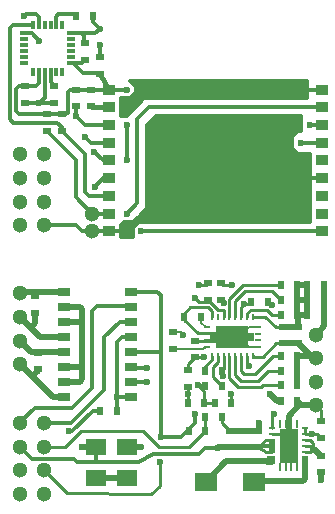
<source format=gbr>
%FSLAX34Y34*%
%MOMM*%
%LNCOPPER_TOP*%
G71*
G01*
%ADD10R, 0.35X0.80*%
%ADD11R, 0.80X0.35*%
%ADD12R, 1.00X0.90*%
%ADD13R, 0.80X0.60*%
%ADD14C, 0.60*%
%ADD15C, 0.40*%
%ADD16C, 0.30*%
%ADD17C, 1.30*%
%ADD18R, 0.60X0.80*%
%ADD19R, 0.60X0.24*%
%ADD20R, 0.20X0.80*%
%ADD21R, 1.58X2.85*%
%ADD22C, 0.40*%
%ADD23R, 0.24X0.60*%
%ADD24R, 0.60X0.20*%
%ADD25R, 3.75X0.75*%
%ADD26R, 1.10X0.75*%
%ADD27R, 1.90X1.50*%
%ADD28R, 2.80X1.95*%
%ADD29C, 0.20*%
%ADD30C, 0.50*%
%ADD31C, 0.24*%
%ADD32R, 1.80X1.40*%
%ADD33C, 1.30*%
%LPD*%
X-261360Y158839D02*
G54D10*
D03*
X-261360Y198839D02*
G54D10*
D03*
X-256360Y158839D02*
G54D10*
D03*
X-256360Y198839D02*
G54D10*
D03*
X-251360Y158839D02*
G54D10*
D03*
X-251360Y198839D02*
G54D10*
D03*
X-246360Y158839D02*
G54D10*
D03*
X-246360Y198839D02*
G54D10*
D03*
X-241360Y158839D02*
G54D10*
D03*
X-241360Y198839D02*
G54D10*
D03*
X-236360Y158839D02*
G54D10*
D03*
X-236360Y198839D02*
G54D10*
D03*
X-268860Y166339D02*
G54D11*
D03*
X-228860Y166339D02*
G54D11*
D03*
X-268860Y171339D02*
G54D11*
D03*
X-228860Y171339D02*
G54D11*
D03*
X-268860Y176339D02*
G54D11*
D03*
X-228860Y176339D02*
G54D11*
D03*
X-268860Y181339D02*
G54D11*
D03*
X-228860Y181339D02*
G54D11*
D03*
X-268860Y186339D02*
G54D11*
D03*
X-228860Y186339D02*
G54D11*
D03*
X-268860Y191339D02*
G54D11*
D03*
X-228860Y191339D02*
G54D11*
D03*
X-196862Y143837D02*
G54D12*
D03*
X-16862Y143837D02*
G54D12*
D03*
X-196862Y128837D02*
G54D12*
D03*
X-16862Y128837D02*
G54D12*
D03*
X-196862Y113837D02*
G54D12*
D03*
X-16862Y113837D02*
G54D12*
D03*
X-196862Y98837D02*
G54D12*
D03*
X-16862Y98837D02*
G54D12*
D03*
X-196862Y83837D02*
G54D12*
D03*
X-16862Y83837D02*
G54D12*
D03*
X-196862Y68837D02*
G54D12*
D03*
X-16862Y68837D02*
G54D12*
D03*
X-196862Y53837D02*
G54D12*
D03*
X-16862Y53837D02*
G54D12*
D03*
X-196862Y38837D02*
G54D12*
D03*
X-16862Y38837D02*
G54D12*
D03*
X-196862Y23837D02*
G54D12*
D03*
X-16862Y23837D02*
G54D12*
D03*
X-211862Y143837D02*
G54D13*
D03*
X-211862Y129837D02*
G54D13*
D03*
X-204862Y171337D02*
G54D13*
D03*
X-204862Y157337D02*
G54D13*
D03*
X-204862Y181337D02*
G54D14*
D03*
G54D15*
X-196862Y128837D02*
X-210862Y128837D01*
X-211862Y129837D01*
G54D15*
X-196862Y143837D02*
X-204862Y157337D01*
G54D16*
X-204862Y171337D02*
X-204862Y181337D01*
X-34362Y98837D02*
G54D14*
D03*
G54D16*
X-16862Y98837D02*
X-34362Y98837D01*
X-224362Y143837D02*
G54D13*
D03*
X-224362Y129837D02*
G54D13*
D03*
X-236862Y122837D02*
G54D13*
D03*
X-236862Y108837D02*
G54D13*
D03*
G54D16*
X-196862Y143837D02*
X-224362Y143837D01*
X-249362Y122837D02*
G54D13*
D03*
X-249362Y108837D02*
G54D13*
D03*
G54D16*
X-224362Y129837D02*
X-224362Y121337D01*
X-216862Y113837D01*
X-196862Y113837D01*
G54D16*
X-236862Y108837D02*
X-216862Y88837D01*
X-216862Y57337D01*
X-213362Y53837D01*
X-196862Y53837D01*
X-271862Y28837D02*
G54D17*
D03*
X-271862Y48837D02*
G54D17*
D03*
X-271862Y68837D02*
G54D17*
D03*
X-271862Y88837D02*
G54D17*
D03*
G54D16*
X-228860Y166339D02*
X-227364Y166339D01*
X-218862Y157837D01*
X-208362Y157837D01*
X-204862Y157337D01*
X-217362Y168837D02*
G54D13*
D03*
X-217362Y182837D02*
G54D13*
D03*
G54D16*
X-228860Y166339D02*
X-219860Y166339D01*
X-217362Y168837D01*
X-204862Y195337D02*
G54D14*
D03*
G54D16*
X-261360Y198839D02*
X-277860Y198839D01*
X-280862Y195837D01*
X-280862Y118837D01*
X-277862Y115837D01*
X-240862Y115837D01*
X-236862Y111837D01*
X-236862Y108837D01*
G54D16*
X-228860Y191339D02*
X-208860Y191339D01*
X-204862Y195337D01*
G54D16*
X-228860Y191339D02*
X-220364Y191339D01*
X-217862Y188837D01*
X-217862Y183337D01*
X-217362Y182837D01*
X-268862Y205837D02*
G54D14*
D03*
G54D16*
X-256360Y198839D02*
X-256360Y205335D01*
X-258862Y207837D01*
X-266862Y207837D01*
X-268862Y205837D01*
X-224362Y121337D02*
G54D14*
D03*
X-224362Y205837D02*
G54D18*
D03*
X-210362Y205837D02*
G54D18*
D03*
G54D16*
X-210362Y205837D02*
X-210362Y200837D01*
X-204862Y195337D01*
G54D16*
X-241360Y198839D02*
X-241360Y205339D01*
X-239862Y207837D01*
X-226862Y207837D01*
X-224362Y205837D01*
G54D16*
X-224362Y143837D02*
X-229862Y143837D01*
X-231862Y141837D01*
X-231862Y123837D01*
X-232862Y122837D01*
X-236862Y122837D01*
X-249362Y122837D01*
X-243362Y132837D02*
G54D13*
D03*
X-243362Y146837D02*
G54D13*
D03*
X-268362Y132837D02*
G54D13*
D03*
X-268362Y146837D02*
G54D13*
D03*
G54D16*
X-246360Y158839D02*
X-246360Y149835D01*
X-243362Y146837D01*
G54D16*
X-256360Y158839D02*
X-256360Y149339D01*
X-258862Y146837D01*
X-268362Y146837D01*
X-255862Y132837D02*
G54D14*
D03*
G54D16*
X-251360Y158839D02*
X-251360Y136839D01*
X-255862Y132837D01*
G54D16*
X-268362Y132837D02*
X-243362Y132837D01*
X-34362Y143837D02*
G54D14*
D03*
X-34362Y68837D02*
G54D14*
D03*
G54D16*
X-34362Y68837D02*
X-16862Y68837D01*
G54D16*
X-34362Y143837D02*
X-16862Y143837D01*
X-181862Y23837D02*
G54D14*
D03*
G54D16*
X-196862Y23837D02*
X-181862Y23837D01*
G54D16*
X-196862Y38837D02*
X-210862Y38837D01*
X-224862Y52837D01*
X-224862Y84337D01*
X-249362Y108837D01*
X-251862Y28837D02*
G54D17*
D03*
X-251862Y48837D02*
G54D17*
D03*
X-251862Y68837D02*
G54D17*
D03*
X-251862Y88837D02*
G54D17*
D03*
X-26862Y113837D02*
G54D14*
D03*
G54D16*
X-26862Y113837D02*
X-16862Y113837D01*
G54D16*
X-251862Y28837D02*
X-224862Y28837D01*
X-219862Y23837D01*
X-196862Y23837D01*
X-181862Y143837D02*
G54D14*
D03*
G54D16*
X-181862Y143837D02*
X-196862Y143837D01*
X-181862Y113837D02*
G54D14*
D03*
X-181862Y83837D02*
G54D14*
D03*
G54D16*
X-181862Y113837D02*
X-181862Y83837D01*
X-216862Y103837D02*
G54D14*
D03*
G54D16*
X-196862Y98837D02*
X-211862Y98837D01*
X-216862Y103837D01*
X-209362Y91337D02*
G54D14*
D03*
G54D16*
X-196862Y83837D02*
X-201862Y83837D01*
X-209362Y91337D01*
X-208362Y61337D02*
G54D14*
D03*
G54D16*
X-196862Y68837D02*
X-201862Y68837D01*
X-208362Y61337D01*
G54D16*
X-16862Y128837D02*
X-162862Y128837D01*
X-172862Y118837D01*
X-172862Y47837D01*
X-181862Y38837D01*
X-181862Y38837D02*
G54D14*
D03*
G54D16*
X-16862Y23837D02*
X-169862Y23837D01*
X-169862Y23837D02*
G54D14*
D03*
G36*
X-29362Y148837D02*
X-29362Y136337D01*
X-166862Y136337D01*
X-181862Y121337D01*
X-186862Y121337D01*
X-186862Y136337D01*
X-179362Y136337D01*
X-174362Y141337D01*
X-174362Y146337D01*
X-179362Y151337D01*
X-29362Y151337D01*
X-29362Y148837D01*
G37*
G54D16*
X-29362Y148837D02*
X-29362Y136337D01*
X-166862Y136337D01*
X-181862Y121337D01*
X-186862Y121337D01*
X-186862Y136337D01*
X-179362Y136337D01*
X-174362Y141337D01*
X-174362Y146337D01*
X-179362Y151337D01*
X-29362Y151337D01*
X-29362Y148837D01*
G36*
X-34362Y121337D02*
X-34362Y108837D01*
X-36862Y108837D01*
X-41862Y103837D01*
X-41862Y93837D01*
X-36862Y88837D01*
X-26862Y88837D01*
X-26862Y31337D01*
X-171862Y31337D01*
X-171862Y36337D01*
X-164362Y43837D01*
X-164362Y113837D01*
X-156862Y121337D01*
X-34362Y121337D01*
G37*
G54D16*
X-34362Y121337D02*
X-34362Y108837D01*
X-36862Y108837D01*
X-41862Y103837D01*
X-41862Y93837D01*
X-36862Y88837D01*
X-26862Y88837D01*
X-26862Y31337D01*
X-171862Y31337D01*
X-171862Y36337D01*
X-164362Y43837D01*
X-164362Y113837D01*
X-156862Y121337D01*
X-34362Y121337D01*
G36*
X-171862Y36337D02*
X-176862Y31337D01*
X-184362Y31337D01*
X-186862Y28837D01*
X-186862Y18837D01*
X-176862Y18837D01*
X-176862Y26337D01*
X-169362Y33837D01*
X-171862Y36337D01*
G37*
G54D16*
X-171862Y36337D02*
X-176862Y31337D01*
X-184362Y31337D01*
X-186862Y28837D01*
X-186862Y18837D01*
X-176862Y18837D01*
X-176862Y26337D01*
X-169362Y33837D01*
X-171862Y36337D01*
X-159862Y86337D02*
G54D14*
D03*
X-159862Y111337D02*
G54D14*
D03*
X-271862Y-198663D02*
G54D17*
D03*
X-271862Y-178663D02*
G54D17*
D03*
X-271862Y-158663D02*
G54D17*
D03*
X-271862Y-138663D02*
G54D17*
D03*
X-251862Y-198663D02*
G54D17*
D03*
X-251862Y-178663D02*
G54D17*
D03*
X-251862Y-158663D02*
G54D17*
D03*
X-251862Y-138663D02*
G54D17*
D03*
X-58862Y-142663D02*
G54D19*
D03*
X-30862Y-142663D02*
G54D19*
D03*
X-58862Y-147663D02*
G54D19*
D03*
X-30862Y-147663D02*
G54D19*
D03*
X-58862Y-152663D02*
G54D19*
D03*
X-30862Y-152663D02*
G54D19*
D03*
X-58862Y-157663D02*
G54D19*
D03*
X-30862Y-157663D02*
G54D19*
D03*
X-58862Y-162663D02*
G54D19*
D03*
X-30862Y-162663D02*
G54D19*
D03*
X-58862Y-167663D02*
G54D19*
D03*
X-30862Y-167663D02*
G54D19*
D03*
X-58862Y-172663D02*
G54D19*
D03*
X-30862Y-172663D02*
G54D19*
D03*
X-37958Y-139663D02*
G54D20*
D03*
X-37958Y-175663D02*
G54D20*
D03*
X-42558Y-139663D02*
G54D20*
D03*
X-42558Y-175663D02*
G54D20*
D03*
X-47158Y-139663D02*
G54D20*
D03*
X-47158Y-175663D02*
G54D20*
D03*
X-51758Y-139663D02*
G54D20*
D03*
X-51758Y-175663D02*
G54D20*
D03*
X-44862Y-157663D02*
G54D21*
D03*
X-44862Y-157663D02*
G54D22*
D03*
X-39862Y-157663D02*
G54D22*
D03*
X-49862Y-157663D02*
G54D22*
D03*
X-44862Y-152663D02*
G54D22*
D03*
X-39862Y-152663D02*
G54D22*
D03*
X-49862Y-152663D02*
G54D22*
D03*
X-44862Y-147663D02*
G54D22*
D03*
X-39862Y-147663D02*
G54D22*
D03*
X-49862Y-147663D02*
G54D22*
D03*
X-44862Y-162663D02*
G54D22*
D03*
X-39862Y-162663D02*
G54D22*
D03*
X-49862Y-162663D02*
G54D22*
D03*
X-44862Y-167663D02*
G54D22*
D03*
X-39862Y-167663D02*
G54D22*
D03*
X-49862Y-167663D02*
G54D22*
D03*
X-74862Y-49164D02*
G54D23*
D03*
X-74862Y-82164D02*
G54D23*
D03*
X-79862Y-49164D02*
G54D23*
D03*
X-79862Y-82164D02*
G54D23*
D03*
X-84862Y-49164D02*
G54D23*
D03*
X-84862Y-82164D02*
G54D23*
D03*
X-89862Y-49164D02*
G54D23*
D03*
X-89862Y-82164D02*
G54D23*
D03*
X-94862Y-49164D02*
G54D23*
D03*
X-94862Y-82164D02*
G54D23*
D03*
X-99862Y-49164D02*
G54D23*
D03*
X-99862Y-82164D02*
G54D23*
D03*
X-104862Y-49164D02*
G54D23*
D03*
X-104862Y-82164D02*
G54D23*
D03*
X-109862Y-49164D02*
G54D23*
D03*
X-109862Y-82164D02*
G54D23*
D03*
X-70863Y-73919D02*
G54D24*
D03*
X-113863Y-73919D02*
G54D24*
D03*
X-70863Y-68419D02*
G54D24*
D03*
X-113863Y-68419D02*
G54D24*
D03*
X-70863Y-62919D02*
G54D24*
D03*
X-113863Y-62919D02*
G54D24*
D03*
X-70863Y-57419D02*
G54D24*
D03*
X-113863Y-57419D02*
G54D24*
D03*
X-92362Y-65664D02*
G54D25*
D03*
X-92362Y-65664D02*
G54D22*
D03*
X-92362Y-71664D02*
G54D22*
D03*
X-92362Y-59664D02*
G54D22*
D03*
X-103862Y-65664D02*
G54D22*
D03*
X-103862Y-71664D02*
G54D22*
D03*
X-103862Y-59664D02*
G54D22*
D03*
X-80862Y-65664D02*
G54D22*
D03*
X-80862Y-71664D02*
G54D22*
D03*
X-80862Y-59664D02*
G54D22*
D03*
X-178362Y-116163D02*
G54D26*
D03*
X-235362Y-116163D02*
G54D26*
D03*
X-178362Y-103463D02*
G54D26*
D03*
X-235362Y-103463D02*
G54D26*
D03*
X-178362Y-90763D02*
G54D26*
D03*
X-235362Y-90763D02*
G54D26*
D03*
X-178362Y-78063D02*
G54D26*
D03*
X-235362Y-78063D02*
G54D26*
D03*
X-178362Y-65363D02*
G54D26*
D03*
X-235362Y-65363D02*
G54D26*
D03*
X-178362Y-52663D02*
G54D26*
D03*
X-235362Y-52663D02*
G54D26*
D03*
X-178362Y-39963D02*
G54D26*
D03*
X-235362Y-39963D02*
G54D26*
D03*
X-178362Y-27263D02*
G54D26*
D03*
X-235362Y-27263D02*
G54D26*
D03*
X-114862Y-188163D02*
G54D27*
D03*
X-73862Y-188163D02*
G54D27*
D03*
X-36862Y-57163D02*
G54D13*
D03*
X-36862Y-71163D02*
G54D13*
D03*
X-92362Y-65664D02*
G54D28*
D03*
G54D29*
X-70863Y-57419D02*
X-78617Y-57419D01*
X-80862Y-59664D01*
G54D29*
X-70863Y-73919D02*
X-78608Y-73919D01*
X-80862Y-71664D01*
X-21862Y-63663D02*
G54D17*
D03*
X-21862Y-83663D02*
G54D17*
D03*
X-49362Y-57163D02*
G54D13*
D03*
X-49362Y-71163D02*
G54D13*
D03*
X-14862Y-21663D02*
G54D18*
D03*
X-28862Y-21663D02*
G54D18*
D03*
X-14862Y-34163D02*
G54D18*
D03*
X-28862Y-34163D02*
G54D18*
D03*
X-14862Y-46663D02*
G54D18*
D03*
X-28862Y-46663D02*
G54D18*
D03*
G54D30*
X-14862Y-21663D02*
X-14862Y-46663D01*
G54D30*
X-14862Y-46663D02*
X-14862Y-56663D01*
X-21862Y-63663D01*
G54D30*
X-28862Y-21663D02*
X-28862Y-46663D01*
X-37362Y-21663D02*
G54D18*
D03*
X-51362Y-21663D02*
G54D18*
D03*
X-37362Y-34163D02*
G54D18*
D03*
X-51362Y-34163D02*
G54D18*
D03*
X-37362Y-46663D02*
G54D18*
D03*
X-51362Y-46663D02*
G54D18*
D03*
G54D30*
X-28862Y-34163D02*
X-37362Y-34163D01*
G54D30*
X-28862Y-21663D02*
X-37362Y-21663D01*
G54D30*
X-36862Y-57163D02*
X-49362Y-57163D01*
G54D30*
X-37362Y-21663D02*
X-37362Y-46663D01*
G54D30*
X-36862Y-57163D02*
X-36862Y-47163D01*
X-37362Y-46663D01*
G54D30*
X-21862Y-83663D02*
X-24362Y-83663D01*
X-36862Y-71163D01*
G54D30*
X-36862Y-71163D02*
X-49362Y-71163D01*
X-37362Y-81663D02*
G54D18*
D03*
X-51362Y-81663D02*
G54D18*
D03*
X-37362Y-94163D02*
G54D18*
D03*
X-51362Y-94163D02*
G54D18*
D03*
X-37362Y-106663D02*
G54D18*
D03*
X-51362Y-106663D02*
G54D18*
D03*
G54D30*
X-37362Y-106663D02*
X-37362Y-81663D01*
G54D30*
X-28862Y-46663D02*
X-37362Y-46663D01*
G54D30*
X-37362Y-81663D02*
X-23862Y-81663D01*
X-21862Y-83663D01*
G54D31*
X-49362Y-57163D02*
X-55862Y-57163D01*
X-64362Y-48663D01*
X-74361Y-48663D01*
X-74862Y-49164D01*
G54D31*
X-49362Y-71163D02*
X-55362Y-71163D01*
X-66862Y-82663D01*
X-74364Y-82663D01*
X-74862Y-82164D01*
G54D31*
X-51362Y-46663D02*
X-58862Y-46663D01*
X-62862Y-42663D01*
X-76862Y-42663D01*
X-79862Y-45663D01*
X-79862Y-49164D01*
G54D31*
X-51362Y-34163D02*
X-58862Y-26663D01*
X-81362Y-26663D01*
X-89862Y-35163D01*
X-89862Y-49164D01*
G54D31*
X-51362Y-21663D02*
X-83362Y-21663D01*
X-94862Y-33163D01*
X-94862Y-49164D01*
X-82362Y-38164D02*
G54D14*
D03*
G54D31*
X-84862Y-49164D02*
X-84862Y-40664D01*
X-82362Y-38164D01*
X-21862Y-103663D02*
G54D17*
D03*
X-21862Y-123663D02*
G54D17*
D03*
G54D31*
X-51362Y-81663D02*
X-57862Y-81663D01*
X-72862Y-96663D01*
X-82862Y-96663D01*
X-84862Y-94663D01*
X-84862Y-82164D01*
X-78362Y-90164D02*
G54D14*
D03*
G54D31*
X-79862Y-82164D02*
X-79862Y-88664D01*
X-78362Y-90164D01*
G54D31*
X-51362Y-94163D02*
X-62362Y-94163D01*
X-70862Y-102663D01*
X-84862Y-102663D01*
X-89862Y-97663D01*
X-89862Y-82164D01*
G54D31*
X-51362Y-106663D02*
X-66862Y-106663D01*
X-67862Y-107663D01*
X-87862Y-107663D01*
X-94862Y-100663D01*
X-94862Y-82164D01*
X-101362Y-94663D02*
G54D18*
D03*
X-115362Y-94663D02*
G54D18*
D03*
G54D31*
X-99862Y-82164D02*
X-99862Y-93164D01*
X-101362Y-94663D01*
G54D31*
X-115362Y-94663D02*
X-115362Y-90442D01*
X-109863Y-84929D01*
X-109862Y-82164D01*
X-101362Y-107163D02*
G54D18*
D03*
X-115362Y-107163D02*
G54D18*
D03*
G54D31*
X-104862Y-82164D02*
X-104862Y-86664D01*
X-109053Y-90854D01*
X-109053Y-99472D01*
X-101362Y-107163D01*
X-124362Y-82663D02*
G54D13*
D03*
X-124362Y-68663D02*
G54D13*
D03*
X-119362Y-48663D02*
G54D18*
D03*
X-133362Y-48663D02*
G54D18*
D03*
G54D29*
X-113863Y-57419D02*
X-115106Y-57419D01*
X-118862Y-53663D01*
X-118862Y-49163D01*
X-119362Y-48663D01*
G54D31*
X-109862Y-49164D02*
X-109862Y-43662D01*
X-112862Y-40663D01*
X-127862Y-40663D01*
X-132862Y-45663D01*
X-132862Y-48163D01*
X-133362Y-48663D01*
G54D31*
X-133362Y-48663D02*
X-133362Y-51163D01*
X-121862Y-62663D01*
X-106861Y-62663D01*
X-103862Y-59664D01*
G54D31*
X-116237Y-82391D02*
X-118330Y-82666D01*
X-124362Y-82663D01*
G54D31*
X-124362Y-68663D02*
X-106864Y-68663D01*
X-103862Y-71664D01*
G54D29*
X-113863Y-73919D02*
X-115118Y-73919D01*
X-116862Y-75663D01*
X-142362Y-75663D01*
X-133862Y-63663D02*
G54D14*
D03*
X-121862Y-106663D02*
G54D14*
D03*
G54D31*
X-121862Y-106663D02*
X-115862Y-106663D01*
X-115362Y-107163D01*
X-130362Y-107663D02*
G54D13*
D03*
X-130362Y-93663D02*
G54D13*
D03*
X-130362Y-114164D02*
G54D14*
D03*
G54D31*
X-130362Y-114164D02*
X-130362Y-107663D01*
G54D31*
X-130362Y-93663D02*
X-130362Y-88663D01*
X-124362Y-82663D01*
X-93362Y-121163D02*
G54D18*
D03*
X-107362Y-121163D02*
G54D18*
D03*
X-116362Y-121163D02*
G54D18*
D03*
X-130362Y-121163D02*
G54D18*
D03*
G54D31*
X-130362Y-114164D02*
X-130362Y-121163D01*
X-93362Y-114164D02*
G54D14*
D03*
G54D31*
X-93362Y-114164D02*
X-93362Y-121163D01*
G54D31*
X-107362Y-121163D02*
X-116362Y-121163D01*
G54D31*
X-116362Y-121163D02*
X-116362Y-112163D01*
X-121862Y-106663D01*
X-112862Y-34163D02*
G54D13*
D03*
X-112862Y-20163D02*
G54D13*
D03*
G54D31*
X-99862Y-49164D02*
X-99862Y-42663D01*
X-104362Y-42663D01*
X-111362Y-35663D01*
X-142362Y-75663D02*
G54D13*
D03*
X-142362Y-61663D02*
G54D13*
D03*
G54D30*
X-21862Y-123663D02*
X-33362Y-123663D01*
X-37362Y-119664D01*
X-60362Y-114164D02*
G54D14*
D03*
G54D30*
X-51862Y-119663D02*
X-54864Y-119663D01*
X-60362Y-114164D01*
X-24362Y-160164D02*
G54D14*
D03*
G54D31*
X-30862Y-157663D02*
X-26864Y-157663D01*
X-24362Y-160164D01*
G54D31*
X-30862Y-162663D02*
X-26861Y-162663D01*
X-24362Y-160164D01*
G54D30*
X-21862Y-123663D02*
X-35862Y-123663D01*
X-44862Y-132663D01*
X-44862Y-157663D01*
X-17362Y-180162D02*
G54D13*
D03*
X-17362Y-166162D02*
G54D13*
D03*
G54D30*
X-24362Y-160164D02*
X-23360Y-160164D01*
X-17362Y-166162D01*
X-17362Y-187164D02*
G54D14*
D03*
G54D30*
X-17362Y-180162D02*
X-17362Y-187164D01*
G54D30*
X-30862Y-170663D02*
X-30862Y-185663D01*
X-32862Y-187663D01*
X-73362Y-187663D01*
X-73862Y-188163D01*
G36*
X-28362Y-170663D02*
X-33362Y-170663D01*
X-33362Y-168163D01*
X-28362Y-168163D01*
X-28362Y-170663D01*
G37*
G54D31*
X-58862Y-167663D02*
X-61862Y-167663D01*
X-64862Y-170663D01*
X-62862Y-172663D01*
X-58862Y-172663D01*
G54D30*
X-58862Y-170663D02*
X-97362Y-170663D01*
X-114862Y-188163D01*
G36*
X-58862Y-173163D02*
X-58862Y-168163D01*
X-56362Y-168163D01*
X-56362Y-173163D01*
X-58862Y-173163D01*
G37*
X-17362Y-151162D02*
G54D13*
D03*
X-17362Y-137162D02*
G54D13*
D03*
G54D31*
X-30862Y-142663D02*
X-30862Y-147663D01*
X-20861Y-147663D01*
X-17362Y-151162D01*
G54D31*
X-17362Y-137162D02*
X-17362Y-128164D01*
X-21862Y-123663D01*
X-24862Y-147663D02*
G54D14*
D03*
X-56862Y-130663D02*
G54D14*
D03*
G54D31*
X-58862Y-142663D02*
X-58862Y-132663D01*
X-56862Y-130663D01*
G54D31*
X-58862Y-147663D02*
X-49862Y-147663D01*
X-70362Y-159162D02*
G54D13*
D03*
X-70362Y-145162D02*
G54D13*
D03*
X-82362Y-159162D02*
G54D13*
D03*
X-82362Y-145162D02*
G54D13*
D03*
X-94362Y-159162D02*
G54D13*
D03*
X-94362Y-145162D02*
G54D13*
D03*
G54D31*
X-58862Y-152663D02*
X-63862Y-152663D01*
X-70362Y-159162D01*
G54D16*
X-58862Y-157663D02*
X-68862Y-157663D01*
X-70362Y-159162D01*
G54D31*
X-58862Y-162663D02*
X-63861Y-162663D01*
X-70362Y-159162D01*
G54D30*
X-58863Y-154285D02*
X-58862Y-160663D01*
G36*
X-56363Y-154285D02*
X-61363Y-154286D01*
X-61363Y-151786D01*
X-56363Y-151785D01*
X-56363Y-154285D01*
G37*
G36*
X-61362Y-160663D02*
X-56362Y-160663D01*
X-56362Y-163163D01*
X-61362Y-163163D01*
X-61362Y-160663D01*
G37*
G54D30*
X-70362Y-159162D02*
X-94362Y-159162D01*
G54D30*
X-94362Y-145162D02*
X-70362Y-145162D01*
X-69862Y-138663D02*
G54D14*
D03*
G54D30*
X-69862Y-138663D02*
X-69862Y-144663D01*
X-70362Y-145162D01*
X-120362Y-21663D02*
G54D14*
D03*
G54D31*
X-120362Y-21663D02*
X-114862Y-21663D01*
X-112862Y-20163D01*
X-104862Y-159663D02*
G54D14*
D03*
G54D30*
X-94362Y-159162D02*
X-104362Y-159162D01*
X-104862Y-159663D01*
G54D16*
X-104862Y-159663D02*
X-115862Y-159663D01*
X-120862Y-164663D01*
X-159862Y-164663D01*
X-171862Y-171663D01*
X-223862Y-171663D01*
X-226862Y-168663D01*
X-261862Y-168663D01*
X-271862Y-158663D01*
X-123862Y-32663D02*
G54D14*
D03*
G54D31*
X-111362Y-35663D02*
X-120862Y-35663D01*
X-123862Y-32663D01*
X-129362Y-145162D02*
G54D18*
D03*
X-115362Y-145162D02*
G54D18*
D03*
X-115362Y-133164D02*
G54D18*
D03*
X-101362Y-133164D02*
G54D18*
D03*
G54D31*
X-115362Y-145162D02*
X-115362Y-133164D01*
G54D31*
X-101362Y-133164D02*
X-101362Y-138162D01*
X-94362Y-145162D01*
G54D31*
X-115362Y-145162D02*
X-128862Y-158663D01*
X-154862Y-158663D01*
X-167862Y-145663D01*
X-220862Y-145663D01*
X-233862Y-158663D01*
X-251862Y-158663D01*
G54D31*
X-153862Y-171663D02*
X-153862Y-191663D01*
X-160862Y-198663D01*
X-232362Y-198162D01*
X-251862Y-178663D01*
X-181862Y-184663D02*
G54D32*
D03*
X-181862Y-158663D02*
G54D32*
D03*
X-207862Y-184663D02*
G54D32*
D03*
X-207862Y-158663D02*
G54D32*
D03*
X-194862Y-184663D02*
G54D14*
D03*
G54D30*
X-194862Y-184663D02*
X-207862Y-184663D01*
G54D30*
X-194862Y-184663D02*
X-181862Y-184663D01*
X-219862Y-158663D02*
G54D14*
D03*
X-169862Y-158663D02*
G54D14*
D03*
G54D30*
X-219862Y-158663D02*
X-207862Y-158663D01*
G54D30*
X-169862Y-158663D02*
X-181862Y-158663D01*
G54D16*
X-207862Y-158663D02*
X-207862Y-171663D01*
X-123862Y-130663D02*
G54D14*
D03*
G54D16*
X-123862Y-130663D02*
X-123862Y-138663D01*
X-135862Y-150663D01*
X-152862Y-150663D01*
X-152862Y-150663D02*
G54D14*
D03*
X-271862Y-88663D02*
G54D17*
D03*
X-271862Y-68663D02*
G54D17*
D03*
X-271862Y-48663D02*
G54D17*
D03*
X-271862Y-28663D02*
G54D17*
D03*
G54D30*
X-235362Y-116163D02*
X-244362Y-116163D01*
X-271862Y-88663D01*
G54D30*
X-235362Y-78063D02*
X-262462Y-78063D01*
X-271862Y-68663D01*
G54D30*
X-235362Y-65363D02*
X-255162Y-65363D01*
X-271862Y-48663D01*
G54D30*
X-235362Y-27263D02*
X-270462Y-27263D01*
X-271862Y-28663D01*
G54D16*
X-152862Y-150663D02*
X-152862Y-30163D01*
X-155862Y-27163D01*
X-175262Y-27163D01*
X-178362Y-27263D01*
G54D16*
X-178362Y-78063D02*
X-153262Y-78063D01*
X-152862Y-77663D01*
X-189862Y-116663D02*
G54D14*
D03*
G54D16*
X-189862Y-116663D02*
X-178862Y-116663D01*
X-178362Y-116163D01*
G54D16*
X-189862Y-116663D02*
X-189862Y-69663D01*
X-185862Y-65663D01*
X-178662Y-65663D01*
X-178362Y-65363D01*
X-259362Y-45162D02*
G54D13*
D03*
X-259362Y-31162D02*
G54D13*
D03*
X-257362Y-93162D02*
G54D13*
D03*
X-257362Y-79162D02*
G54D13*
D03*
G54D30*
X-257362Y-93162D02*
X-257362Y-94162D01*
X-261862Y-98663D01*
G54D30*
X-259362Y-45162D02*
X-259362Y-54162D01*
X-262862Y-57663D01*
X-219862Y-90663D02*
G54D14*
D03*
X-219862Y-84663D02*
G54D14*
D03*
G54D30*
X-235362Y-39963D02*
X-221562Y-39963D01*
X-219862Y-41663D01*
X-219862Y-90663D01*
G54D30*
X-235362Y-52663D02*
X-219862Y-52663D01*
G54D30*
X-235362Y-90763D02*
X-219962Y-90763D01*
X-219862Y-90663D01*
G54D30*
X-235362Y-103463D02*
X-221662Y-103463D01*
X-219862Y-101663D01*
X-219862Y-90663D01*
X-219862Y-96663D02*
G54D14*
D03*
X-153862Y-171663D02*
G54D14*
D03*
G54D16*
X-271862Y-138663D02*
X-271862Y-137663D01*
X-259862Y-125663D01*
X-227862Y-125663D01*
X-210862Y-108663D01*
X-210862Y-43663D01*
X-206862Y-39663D01*
X-182862Y-39663D01*
X-178362Y-39963D01*
G54D16*
X-251862Y-138663D02*
X-228862Y-138663D01*
X-200862Y-110663D01*
X-200862Y-65663D01*
X-187862Y-52663D01*
X-178362Y-52663D01*
X-164862Y-103663D02*
G54D14*
D03*
X-164862Y-91663D02*
G54D14*
D03*
G54D16*
X-164862Y-91663D02*
X-177462Y-91663D01*
X-178362Y-90763D01*
G54D16*
X-164862Y-103663D02*
X-178162Y-103663D01*
X-178362Y-103463D01*
X-230862Y-145663D02*
G54D14*
D03*
X-190362Y-128163D02*
G54D18*
D03*
X-204362Y-128163D02*
G54D18*
D03*
G54D16*
X-189862Y-116663D02*
X-189862Y-127663D01*
X-190362Y-128163D01*
G54D16*
X-204362Y-128163D02*
X-210362Y-128163D01*
X-227862Y-145663D01*
X-230862Y-145663D01*
G54D29*
X-133862Y-63663D02*
X-135858Y-61670D01*
X-142362Y-61663D01*
G54D31*
X-30862Y-152663D02*
X-26864Y-152663D01*
X-24367Y-155164D01*
X-24362Y-160164D01*
G54D16*
X-268860Y191339D02*
X-261862Y191337D01*
X-255862Y185337D01*
X-255862Y185337D02*
G54D14*
D03*
G54D16*
X-249362Y122837D02*
X-273362Y122837D01*
X-275862Y125337D01*
X-275862Y144496D01*
X-273446Y146844D01*
X-268362Y146837D01*
X-210862Y38837D02*
G54D33*
D03*
X-210862Y23837D02*
G54D33*
D03*
X-51362Y-119664D02*
G54D18*
D03*
X-37362Y-119664D02*
G54D18*
D03*
X-58862Y-38664D02*
G54D14*
D03*
G54D31*
X-58862Y-38664D02*
X-62362Y-34163D01*
G54D31*
X-82362Y-38164D02*
X-78862Y-38163D01*
X-76362Y-35663D01*
X-62362Y-35663D02*
G54D18*
D03*
X-76362Y-35663D02*
G54D18*
D03*
X-101862Y-34163D02*
G54D13*
D03*
X-101862Y-20163D02*
G54D13*
D03*
X-92862Y-21663D02*
G54D14*
D03*
G54D31*
X-101862Y-20163D02*
X-100362Y-21663D01*
X-92862Y-21663D01*
X-99862Y-36663D02*
G54D14*
D03*
X-100362Y-98663D02*
G54D14*
D03*
X-116237Y-82391D02*
G54D14*
D03*
M02*

</source>
